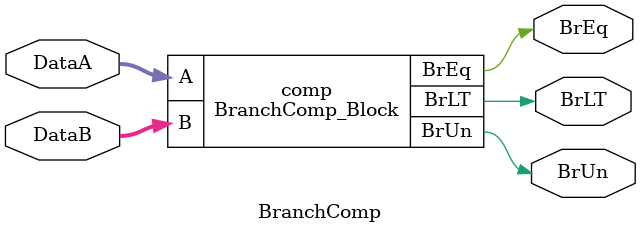
<source format=sv>
`timescale 1ns/1ps

module Complement_2 (
    input logic [31:0] A,
    input logic [31:0] B,
    output logic [31:0] A1,
    output logic [31:0] B1
);
    assign A1 = ~A + 32'b1;
    assign B1 = ~B + 32'b1;
endmodule

module BranchComp_Block (
    input logic [31:0] A,
    input logic [31:0] B,
    output logic BrUn, BrLT, BrEq 
);
    logic [31:0] A1, B1;
    
    Complement_2 comp2 (
        .A(A),
        .B(B),
        .A1(A1),
        .B1(B1)
    );

    logic [1:0] AB;
    assign AB = {A[31], B[31]};

    always_comb begin
        case (AB) 
            2'b00: begin
                BrLT = (A < B) ? 1'b1 : 1'b0; 
                BrEq = (A == B) ? 1'b1 : 1'b0;
                BrUn = (A > B) ? 1'b1 : 1'b0;
            end
            2'b01: begin
                BrUn = 1'b1;  
                BrLT = 1'b0; 
                BrEq = 1'b0; 
            end
            2'b10: begin
                BrUn = 1'b0;  
                BrLT = 1'b1; 
                BrEq = 1'b0; 
            end
            2'b11: begin
                BrLT = (A1 > B1) ? 1'b1 : 1'b0; 
                BrEq = (A1 == B1) ? 1'b1 : 1'b0;
                BrUn = (A1 < B1) ? 1'b1 : 1'b0;
            end
            default: begin
                BrUn = 1'b0;  
                BrLT = 1'b0; 
                BrEq = 1'b0;
            end
        endcase
    end
endmodule

module BranchComp (
    input logic [31:0] DataA,
    input logic [31:0] DataB,
    output logic BrUn, BrLT, BrEq 
);
    BranchComp_Block comp (
        .A(DataA),
        .B(DataB),
        .BrUn(BrUn),
        .BrLT(BrLT),
        .BrEq(BrEq)
    );
endmodule

</source>
